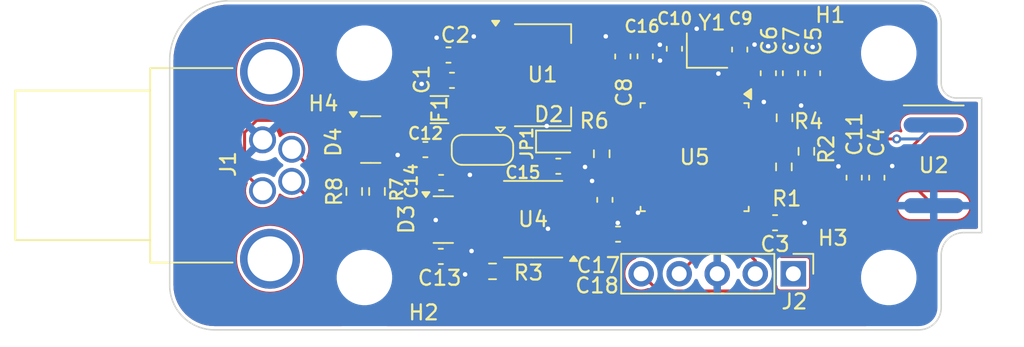
<source format=kicad_pcb>
(kicad_pcb
	(version 20240108)
	(generator "pcbnew")
	(generator_version "8.0")
	(general
		(thickness 1.6)
		(legacy_teardrops no)
	)
	(paper "A4")
	(layers
		(0 "F.Cu" signal)
		(31 "B.Cu" signal)
		(32 "B.Adhes" user "B.Adhesive")
		(33 "F.Adhes" user "F.Adhesive")
		(34 "B.Paste" user)
		(35 "F.Paste" user)
		(36 "B.SilkS" user "B.Silkscreen")
		(37 "F.SilkS" user "F.Silkscreen")
		(38 "B.Mask" user)
		(39 "F.Mask" user)
		(40 "Dwgs.User" user "User.Drawings")
		(41 "Cmts.User" user "User.Comments")
		(42 "Eco1.User" user "User.Eco1")
		(43 "Eco2.User" user "User.Eco2")
		(44 "Edge.Cuts" user)
		(45 "Margin" user)
		(46 "B.CrtYd" user "B.Courtyard")
		(47 "F.CrtYd" user "F.Courtyard")
		(48 "B.Fab" user)
		(49 "F.Fab" user)
		(50 "User.1" user)
		(51 "User.2" user)
		(52 "User.3" user)
		(53 "User.4" user)
		(54 "User.5" user)
		(55 "User.6" user)
		(56 "User.7" user)
		(57 "User.8" user)
		(58 "User.9" user)
	)
	(setup
		(stackup
			(layer "F.SilkS"
				(type "Top Silk Screen")
			)
			(layer "F.Paste"
				(type "Top Solder Paste")
			)
			(layer "F.Mask"
				(type "Top Solder Mask")
				(thickness 0.01)
			)
			(layer "F.Cu"
				(type "copper")
				(thickness 0.035)
			)
			(layer "dielectric 1"
				(type "core")
				(thickness 1.51)
				(material "FR4")
				(epsilon_r 4.5)
				(loss_tangent 0.02)
			)
			(layer "B.Cu"
				(type "copper")
				(thickness 0.035)
			)
			(layer "B.Mask"
				(type "Bottom Solder Mask")
				(thickness 0.01)
			)
			(layer "B.Paste"
				(type "Bottom Solder Paste")
			)
			(layer "B.SilkS"
				(type "Bottom Silk Screen")
			)
			(copper_finish "None")
			(dielectric_constraints no)
		)
		(pad_to_mask_clearance 0)
		(allow_soldermask_bridges_in_footprints no)
		(aux_axis_origin 36 49)
		(pcbplotparams
			(layerselection 0x00010fc_ffffffff)
			(plot_on_all_layers_selection 0x0000000_00000000)
			(disableapertmacros no)
			(usegerberextensions yes)
			(usegerberattributes no)
			(usegerberadvancedattributes no)
			(creategerberjobfile no)
			(dashed_line_dash_ratio 12.000000)
			(dashed_line_gap_ratio 3.000000)
			(svgprecision 4)
			(plotframeref no)
			(viasonmask no)
			(mode 1)
			(useauxorigin yes)
			(hpglpennumber 1)
			(hpglpenspeed 20)
			(hpglpendiameter 15.000000)
			(pdf_front_fp_property_popups yes)
			(pdf_back_fp_property_popups yes)
			(dxfpolygonmode yes)
			(dxfimperialunits yes)
			(dxfusepcbnewfont yes)
			(psnegative no)
			(psa4output no)
			(plotreference yes)
			(plotvalue no)
			(plotfptext yes)
			(plotinvisibletext no)
			(sketchpadsonfab no)
			(subtractmaskfromsilk yes)
			(outputformat 1)
			(mirror no)
			(drillshape 0)
			(scaleselection 1)
			(outputdirectory "gerber")
		)
	)
	(net 0 "")
	(net 1 "+3.3V")
	(net 2 "GND")
	(net 3 "+5V")
	(net 4 "/I2C_SDA")
	(net 5 "/I2C_SCL")
	(net 6 "CAN_H")
	(net 7 "CAN_L")
	(net 8 "Net-(U4-Rs)")
	(net 9 "NRST")
	(net 10 "Net-(U5-PF0)")
	(net 11 "SWDIO")
	(net 12 "Net-(U5-PF1)")
	(net 13 "/Vref")
	(net 14 "Net-(D4-K)")
	(net 15 "Net-(D4-A)")
	(net 16 "Net-(JP1-C)")
	(net 17 "Net-(U5-PB8)")
	(net 18 "unconnected-(U5-PB5-Pad28)")
	(net 19 "unconnected-(U5-PA8-Pad18)")
	(net 20 "unconnected-(U5-PA15-Pad25)")
	(net 21 "SWCLK")
	(net 22 "unconnected-(U5-PA7-Pad13)")
	(net 23 "unconnected-(U5-PA5-Pad11)")
	(net 24 "unconnected-(U5-PA9-Pad19)")
	(net 25 "unconnected-(U5-PA1-Pad7)")
	(net 26 "unconnected-(U5-PB4-Pad27)")
	(net 27 "unconnected-(U5-PA6-Pad12)")
	(net 28 "unconnected-(U5-PA10-Pad20)")
	(net 29 "/CAN_Tx")
	(net 30 "/CAN_Rx")
	(net 31 "unconnected-(U5-PB0-Pad14)")
	(net 32 "unconnected-(U5-PB1-Pad15)")
	(net 33 "unconnected-(U5-PA4-Pad10)")
	(net 34 "Net-(D2-A)")
	(net 35 "unconnected-(U5-PA0-Pad6)")
	(net 36 "/STATUS_LED")
	(net 37 "unconnected-(U5-PA2-Pad8)")
	(net 38 "unconnected-(U5-PB3-Pad26)")
	(net 39 "+3V3")
	(footprint "Package_TO_SOT_SMD:SOT-23" (layer "F.Cu") (at 150.265 44.63))
	(footprint "Capacitor_SMD:C_0603_1608Metric" (layer "F.Cu") (at 149.07 39.95 180))
	(footprint "Connector_PinHeader_2.54mm:PinHeader_1x05_P2.54mm_Vertical" (layer "F.Cu") (at 173.63 48.25 -90))
	(footprint "Crystal:Crystal_SMD_2016-4Pin_2.0x1.6mm" (layer "F.Cu") (at 167.87 33.33))
	(footprint "FaSTTUBe_connectors:M8_718_4pin_horizontal" (layer "F.Cu") (at 138.2 41 -90))
	(footprint "Capacitor_SMD:C_0603_1608Metric" (layer "F.Cu") (at 157.94 41.06))
	(footprint "MountingHole:MountingHole_3.2mm_M3_DIN965" (layer "F.Cu") (at 180 33.5))
	(footprint "TTS:TO-39_sidemount" (layer "F.Cu") (at 183 41))
	(footprint "Package_SO:SOIC-8_3.9x4.9mm_P1.27mm" (layer "F.Cu") (at 156.26 44.605 180))
	(footprint "TTS:SOT-23" (layer "F.Cu") (at 145.42 39.28))
	(footprint "Resistor_SMD:R_0603_1608Metric" (layer "F.Cu") (at 173 41.105 90))
	(footprint "MountingHole:MountingHole_3.2mm_M3_DIN965" (layer "F.Cu") (at 180 48.5))
	(footprint "Resistor_SMD:R_0603_1608Metric" (layer "F.Cu") (at 153.55 48.09 180))
	(footprint "Resistor_SMD:R_0603_1608Metric" (layer "F.Cu") (at 174.5 40.065 90))
	(footprint "Package_QFP:LQFP-32_7x7mm_P0.8mm" (layer "F.Cu") (at 167.04 40.455 -90))
	(footprint "Capacitor_SMD:C_0603_1608Metric" (layer "F.Cu") (at 171.96 34.845 90))
	(footprint "Capacitor_SMD:C_0603_1608Metric" (layer "F.Cu") (at 150.12 42.15 180))
	(footprint "LED_SMD:LED_0603_1608Metric" (layer "F.Cu") (at 157.94 39.41))
	(footprint "Fuse:Fuse_1206_3216Metric" (layer "F.Cu") (at 150.01 37.28))
	(footprint "Capacitor_SMD:C_0603_1608Metric" (layer "F.Cu") (at 161.05 43.31 90))
	(footprint "Resistor_SMD:R_0603_1608Metric" (layer "F.Cu") (at 144.32 42.75 90))
	(footprint "Resistor_SMD:R_0603_1608Metric" (layer "F.Cu") (at 173.04 37.825 90))
	(footprint "Capacitor_SMD:C_0603_1608Metric" (layer "F.Cu") (at 162.25 33.725 90))
	(footprint "Jumper:SolderJumper-3_P1.3mm_Open_RoundedPad1.0x1.5mm" (layer "F.Cu") (at 152.88 39.97 180))
	(footprint "MountingHole:MountingHole_3.2mm_M3_DIN965" (layer "F.Cu") (at 145 33.5))
	(footprint "Capacitor_SMD:C_0603_1608Metric" (layer "F.Cu") (at 165.69 33.21 -90))
	(footprint "Capacitor_SMD:C_0603_1608Metric" (layer "F.Cu") (at 179.2 41.83 90))
	(footprint "Package_TO_SOT_SMD:SOT-223-3_TabPin2" (layer "F.Cu") (at 156.89 34.9775))
	(footprint "Capacitor_SMD:C_0603_1608Metric" (layer "F.Cu") (at 177.69 41.825 90))
	(footprint "Capacitor_SMD:C_0603_1608Metric" (layer "F.Cu") (at 170.05 33.265 -90))
	(footprint "Capacitor_SMD:C_0603_1608Metric" (layer "F.Cu") (at 161.93 45.6 180))
	(footprint "Capacitor_SMD:C_0603_1608Metric" (layer "F.Cu") (at 150.845 35.32 180))
	(footprint "Resistor_SMD:R_0603_1608Metric" (layer "F.Cu") (at 160.84 40.23 90))
	(footprint "Capacitor_SMD:C_0603_1608Metric" (layer "F.Cu") (at 163.74 33.715 90))
	(footprint "Resistor_SMD:R_0603_1608Metric" (layer "F.Cu") (at 145.84 42.75 -90))
	(footprint "Capacitor_SMD:C_0603_1608Metric" (layer "F.Cu") (at 150.61 33.63 180))
	(footprint "Capacitor_SMD:C_0603_1608Metric" (layer "F.Cu") (at 172.41 44.84 180))
	(footprint "Capacitor_SMD:C_0603_1608Metric" (layer "F.Cu") (at 173.44 34.845 90))
	(footprint "Capacitor_SMD:C_0603_1608Metric" (layer "F.Cu") (at 150.1 47.09))
	(footprint "Capacitor_SMD:C_0603_1608Metric" (layer "F.Cu") (at 174.91 34.845 90))
	(footprint "MountingHole:MountingHole_3.2mm_M3_DIN965"
		(layer "F.Cu")
		(uuid "fe3c7199-01a0-446e-931d-9778f071a826")
		(at 145 48.5)
		(descr "Mounting Hole 3.2mm, no annular, M3, DIN965")
		(tags "mounting hole 3.2mm no annular m3 din965")
		(property "Reference" "H2"
			(at 3.95 2.34 0)
			(layer "F.SilkS")
			(uuid "c3a8b975-779e-4640-a1ce-4a42c1a0ff5e")
			(effects
				(font
					(size 1 1)
					(thickness 0.15)
				)
			)
		)
		(property "Value" "MountingHole"
			(at 0 3.8 0)
			(layer "F.Fab")
			(uuid "403d1448-ceee-4b41-ba9b-0013bd1faeab")
			(effects
				(font
					(size 1 1)
					(thickness 0.15)
				)
			)
		)
		(property "Footprint" "MountingHole:MountingHole_3.2mm_M3_DIN965"
			(at 0 0 0)
			(unlocked yes)
			(layer "F.Fab")
			(hide yes)
			(uuid "259618bf-9b09-4cca-b503-8e5a59522e75")
			(effects
				(font
					(size 1.27 1.27)
					(thickness 0.15)
				)
			)
		)
		(property "Datasheet" ""
			(at 0 0 0)
			(unlocked yes)
			(layer "F.Fab")
			(hide yes)
			(uuid "59574c42-6bb2-4058-81c7-7a5cc0032b1d")
			(effects
				(font
					(size 1.27 1.27)
					(thickness 0.15)
				)
			)
		)
		(property "Description" "Mounting Hole without connection"
			(at 0 0 0)
			(unlocked yes)
			(layer "F.Fab")
			(hide yes)
			(uuid "5388d81a-b745-4d0c-9f6c-a22bf35d56b1")
			(effects
				(font
					(size 1.27 1.27)
					(thickness 0.15)
				)
			)
		)
		(property ki_fp_filters "MountingHole*")
		(path "/31565a24-79cb-40f3-9dad-9e2558fd78d3")
		(sheetname "Root")
		(sheetfile "TTS.kicad_sch")
		(attr exclude_from_pos_files exclude_from_bom)
		(fp_circle
			(center 0 0)
			(end 2.8 0)
			(stroke
				(width 0.15)
				(type solid)
			)
			(fill none)
			(layer "Cmts.User")
			(uuid "e88fefbc-00ec-4c4b-b3d3-55c2d515e9f5")
		)
		(fp_circle
			(center 0 0)
			(end 3.05 0)
			(stroke
				(width 0.05)
				(type solid)
			)
			(fill none)
			(layer "F.CrtYd")
			(uuid "d5df3b36-1073-40c8-8c66-4a17c9e96347")
		)
		(fp_text user "${REFERENCE}"
			(at 0 0 0)
			(layer "F.Fab")
			(uuid "9dcf2c64-8ce0-4a9f-85a9-63b60b72c700")
			(effects
				(font
					(size 1 1)
					(thickness 0.15)
				)
			)
		)
		(pad "" np_thru_hole circle
			(at 0 0)
			(size 3.2 3.2)
			(drill 3.2)
			(layers "*
... [201087 chars truncated]
</source>
